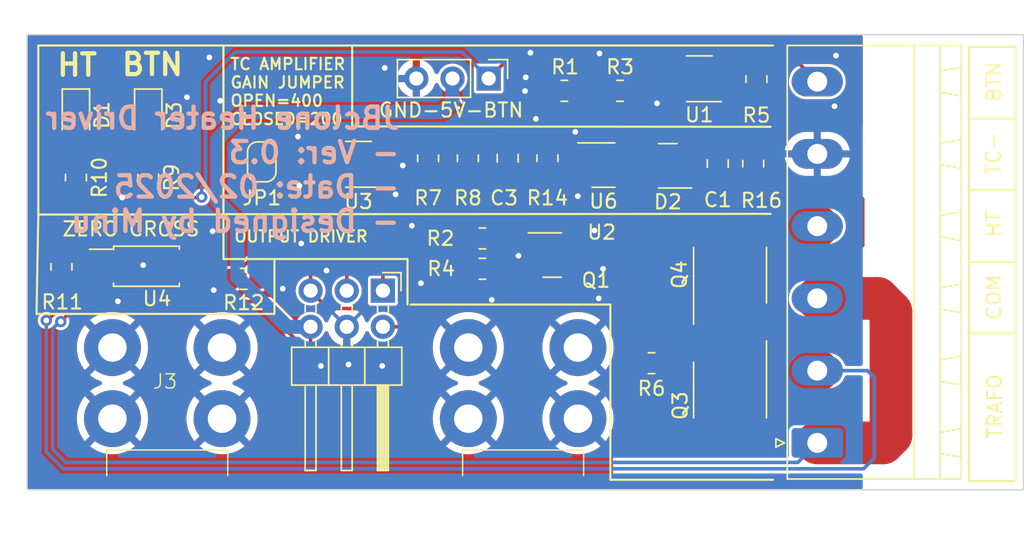
<source format=kicad_pcb>
(kicad_pcb (version 20221018) (generator pcbnew)
  (layers (0 "F.Cu" signal) (31 "B.Cu" signal) (34 "B.Paste" user) (35 "F.Paste" user) (36 "B.SilkS" user "B.Silkscreen") (37 "F.SilkS" user "F.Silkscreen") (38 "B.Mask" user) (39 "F.Mask" user) (44 "Edge.Cuts" user))
  (net 0 "")
  (net 1 "Net-(D2-A)")
  (net 2 "GND")
  (net 3 "Net-(U3-+)")
  (net 4 "Net-(D1-A)")
  (net 5 "Net-(D3-A)")
  (net 6 "/BTN_SIGNAL")
  (net 7 "+5V")
  (net 8 "/BTN")
  (net 9 "/TR_B")
  (net 10 "/TEMP")
  (net 11 "/HEATER")
  (net 12 "+3.3V")
  (net 13 "Net-(JP1-B)")
  (net 14 "Net-(Q3-G)")
  (net 15 "Net-(Q3-S)")
  (net 16 "/HEATER_BLUE")
  (net 17 "Net-(U1-+)")
  (net 18 "Net-(U2-A)")
  (net 19 "Net-(R14-Pad2)")
  (net 20 "/RED_COM")
  (net 21 "/zero_cross")
  (net 22 "Net-(R11-Pad2)")
  (net 23 "Net-(Q1-B)")
  (net 24 "Net-(Q1-C)")
  (footprint "LED_SMD:LED_0805_2012Metric_Pad1.15x1.40mm_HandSolder" (layer "F.Cu") (at 118.5164 104.1818 -90)
    (fp_text reference "D3" (at 0 -1.8288 90) (layer "F.SilkS"))
    (fp_text value "LED" hide)
    (pad "1" smd roundrect (at -1.025 0 270) (size 1.15 1.4) (layers "F.Cu" "F.Paste" "F.Mask") (roundrect_rratio 0.217391) (net 2 "GND"))
    (pad "2" smd roundrect (at 1.025 0 270) (size 1.15 1.4) (layers "F.Cu" "F.Paste" "F.Mask") (roundrect_rratio 0.217391) (net 5 "Net-(D3-A)"))
  )
  (footprint "Resistor_SMD:R_0805_2012Metric_Pad1.20x1.40mm_HandSolder" (layer "F.Cu") (at 141.986 112.8268 180)
    (fp_text reference "R2" (at 2.9464 0) (layer "F.SilkS"))
    (fp_text value "1.5k" hide)
    (pad "1" smd roundrect (at -1 0 180) (size 1.2 1.4) (layers "F.Cu" "F.Paste" "F.Mask") (roundrect_rratio 0.208333) (net 23 "Net-(Q1-B)"))
    (pad "2" smd roundrect (at 1 0 180) (size 1.2 1.4) (layers "F.Cu" "F.Paste" "F.Mask") (roundrect_rratio 0.208333) (net 11 "/HEATER"))
  )
  (footprint "Connector_Phoenix_MSTB:PhoenixContact_MSTB_2,5_6-GF-5,08_1x06_P5.08mm_Horizontal_ThreadedFlange" (layer "F.Cu") (at 165.5135 127.2032 90)
    (fp_text reference "J5" hide)
    (fp_text value "IRON" hide)
    (pad "1" thru_hole roundrect locked (at 0 0 90) (size 2.08 3.6) (drill 1.4) (layers "*.Cu" "*.Mask") (roundrect_rratio 0.120192) (net 20 "/RED_COM"))
    (pad "2" thru_hole oval locked (at 5.08 0 90) (size 2.08 3.6) (drill 1.4) (layers "*.Cu" "*.Mask") (net 9 "/TR_B"))
    (pad "3" thru_hole oval locked (at 10.16 0 90) (size 2.08 3.6) (drill 1.4) (layers "*.Cu" "*.Mask") (net 20 "/RED_COM"))
    (pad "4" thru_hole oval locked (at 15.24 0 90) (size 2.08 3.6) (drill 1.4) (layers "*.Cu" "*.Mask") (net 16 "/HEATER_BLUE"))
    (pad "5" thru_hole oval locked (at 20.32 0 90) (size 2.08 3.6) (drill 1.4) (layers "*.Cu" "*.Mask") (net 2 "GND"))
    (pad "6" thru_hole oval locked (at 25.4 0 90) (size 2.08 3.6) (drill 1.4) (layers "*.Cu" "*.Mask") (net 8 "/BTN"))
  )
  (footprint "Connector_PinHeader_2.54mm:PinHeader_1x03_P2.54mm_Vertical" (layer "F.Cu") (at 142.4282 101.5842 -90)
    (fp_text reference "J1" hide)
    (fp_text value "BTN" hide)
    (pad "1" thru_hole rect (at 0 0 270) (size 1.7 1.7) (drill 1) (layers "*.Cu" "*.Mask") (net 6 "/BTN_SIGNAL"))
    (pad "2" thru_hole oval (at 0 2.54 270) (size 1.7 1.7) (drill 1) (layers "*.Cu" "*.Mask") (net 7 "+5V"))
    (pad "3" thru_hole oval (at 0 5.08 270) (size 1.7 1.7) (drill 1) (layers "*.Cu" "*.Mask") (net 2 "GND"))
  )
  (footprint "Package_TO_SOT_SMD:SOT-23-5" (layer "F.Cu") (at 150.495 107.6706)
    (fp_text reference "U6" (at 0 2.54) (layer "F.SilkS"))
    (fp_text value "INA186A4" hide)
    (pad "1" smd roundrect (at -1.1375 -0.95) (size 1.325 0.6) (layers "F.Cu" "F.Paste" "F.Mask") (net 2 "GND"))
    (pad "2" smd roundrect (at -1.1375 0) (size 1.325 0.6) (layers "F.Cu" "F.Paste" "F.Mask") (net 19 "Net-(R14-Pad2)"))
    (pad "3" smd roundrect (at -1.1375 0.95) (size 1.325 0.6) (layers "F.Cu" "F.Paste" "F.Mask") (net 12 "+3.3V"))
    (pad "4" smd roundrect (at 1.1375 0.95) (size 1.325 0.6) (layers "F.Cu" "F.Paste" "F.Mask") (net 2 "GND"))
    (pad "5" smd roundrect (at 1.1375 -0.95) (size 1.325 0.6) (layers "F.Cu" "F.Paste" "F.Mask") (net 1 "Net-(D2-A)"))
  )
  (footprint "Resistor_SMD:R_0805_2012Metric_Pad1.20x1.40mm_HandSolder" (layer "F.Cu") (at 141.986 114.9604)
    (fp_text reference "R4" (at -2.8956 0) (layer "F.SilkS"))
    (fp_text value "330R" hide)
    (pad "1" smd roundrect (at -1 0) (size 1.2 1.4) (layers "F.Cu" "F.Paste" "F.Mask") (roundrect_rratio 0.208333) (net 7 "+5V"))
    (pad "2" smd roundrect (at 1 0) (size 1.2 1.4) (layers "F.Cu" "F.Paste" "F.Mask") (roundrect_rratio 0.208333) (net 18 "Net-(U2-A)"))
  )
  (footprint "Capacitor_SMD:C_0805_2012Metric_Pad1.18x1.45mm_HandSolder" (layer "F.Cu") (at 143.764 107.188 90)
    (fp_text reference "C3" (at -2.794 -0.254 180) (layer "F.SilkS"))
    (fp_text value "4.7n" hide)
    (pad "1" smd roundrect (at -1.0375 0 90) (size 1.175 1.45) (layers "F.Cu" "F.Paste" "F.Mask") (roundrect_rratio 0.212766) (net 3 "Net-(U3-+)"))
    (pad "2" smd roundrect (at 1.0375 0 90) (size 1.175 1.45) (layers "F.Cu" "F.Paste" "F.Mask") (roundrect_rratio 0.212766) (net 2 "GND"))
  )
  (footprint "Resistor_SMD:R_0805_2012Metric_Pad1.20x1.40mm_HandSolder" (layer "F.Cu") (at 113.4364 108.549 -90)
    (fp_text reference "R10" (at 0 -1.65 90) (layer "F.SilkS"))
    (fp_text value "1.5k" hide)
    (pad "1" smd roundrect (at -1 0 270) (size 1.2 1.4) (layers "F.Cu" "F.Paste" "F.Mask") (roundrect_rratio 0.208333) (net 4 "Net-(D1-A)"))
    (pad "2" smd roundrect (at 1 0 270) (size 1.2 1.4) (layers "F.Cu" "F.Paste" "F.Mask") (roundrect_rratio 0.208333) (net 11 "/HEATER"))
  )
  (footprint "Package_TO_SOT_SMD:SOT-23" (layer "F.Cu") (at 146.8882 113.9952)
    (fp_text reference "Q1" (at 3.0734 1.778) (layer "F.SilkS"))
    (fp_text value "MMBT3904" hide)
    (pad "1" smd roundrect (at -0.9375 -0.95) (size 1.475 0.6) (layers "F.Cu" "F.Paste" "F.Mask") (net 23 "Net-(Q1-B)"))
    (pad "2" smd roundrect (at -0.9375 0.95) (size 1.475 0.6) (layers "F.Cu" "F.Paste" "F.Mask") (net 2 "GND"))
    (pad "3" smd roundrect (at 0.9375 0) (size 1.475 0.6) (layers "F.Cu" "F.Paste" "F.Mask") (net 24 "Net-(Q1-C)"))
  )
  (footprint "Resistor_SMD:R_0805_2012Metric_Pad1.20x1.40mm_HandSolder" (layer "F.Cu") (at 118.5164 108.5471 -90)
    (fp_text reference "R9" (at 0 -1.65 90) (layer "F.SilkS"))
    (fp_text value "1.5k" hide)
    (pad "1" smd roundrect (at -1 0 270) (size 1.2 1.4) (layers "F.Cu" "F.Paste" "F.Mask") (roundrect_rratio 0.208333) (net 5 "Net-(D3-A)"))
    (pad "2" smd roundrect (at 1 0 270) (size 1.2 1.4) (layers "F.Cu" "F.Paste" "F.Mask") (roundrect_rratio 0.208333) (net 6 "/BTN_SIGNAL"))
  )
  (footprint "Jumper:SolderJumper-2_P1.3mm_Open_RoundedPad1.0x1.5mm" (layer "F.Cu") (at 126.492 107.442 -90)
    (fp_text reference "JP1" (at 2.54 0 -180) (layer "F.SilkS"))
    (fp_text value "TCgain" hide)
    (pad "1" smd custom (at -0.65 0 270) (size 1 0.5) (layers "F.Cu" "F.Mask") (net 10 "/TEMP") (options (clearance outline) (anchor rect)) (primitives (gr_circle (center 0 0.25) (end 0.5 0.25) (width 0) (fill yes)) (gr_circle (center 0 -0.25) (end 0.5 -0.25) (width 0) (fill yes)) (gr_poly (pts (xy 0.5 0.75) (xy 0 0.75) (xy 0 -0.75) (xy 0.5 -0.75)) (width 0) (fill yes))))
    (pad "2" smd custom (at 0.65 0 270) (size 1 0.5) (layers "F.Cu" "F.Mask") (net 13 "Net-(JP1-B)") (options (clearance outline) (anchor rect)) (primitives (gr_circle (center 0 0.25) (end 0.5 0.25) (width 0) (fill yes)) (gr_circle (center 0 -0.25) (end 0.5 -0.25) (width 0) (fill yes)) (gr_poly (pts (xy 0 0.75) (xy -0.5 0.75) (xy -0.5 -0.75) (xy 0 -0.75)) (width 0) (fill yes))))
  )
  (footprint "Resistor_SMD:R_0805_2012Metric_Pad1.20x1.40mm_HandSolder" (layer "F.Cu") (at 153.8732 121.5994)
    (fp_text reference "R6" (at 0 1.778) (layer "F.SilkS"))
    (fp_text value "590k" hide)
    (pad "1" smd roundrect (at -1 0) (size 1.2 1.4) (layers "F.Cu" "F.Paste" "F.Mask") (roundrect_rratio 0.208333) (net 14 "Net-(Q3-G)"))
    (pad "2" smd roundrect (at 1 0) (size 1.2 1.4) (layers "F.Cu" "F.Paste" "F.Mask") (roundrect_rratio 0.208333) (net 15 "Net-(Q3-S)"))
  )
  (footprint "Resistor_SMD:R_0805_2012Metric" (layer "F.Cu") (at 125.222 115.6716)
    (fp_text reference "R12" (at 0 1.6764) (layer "F.SilkS"))
    (fp_text value "10k" hide)
    (pad "1" smd roundrect (at -0.9125 0) (size 1.025 1.4) (layers "F.Cu" "F.Paste" "F.Mask") (roundrect_rratio 0.243902) (net 21 "/zero_cross"))
    (pad "2" smd roundrect (at 0.9125 0) (size 1.025 1.4) (layers "F.Cu" "F.Paste" "F.Mask") (roundrect_rratio 0.243902) (net 12 "+3.3V"))
  )
  (footprint "Resistor_SMD:R_0805_2012Metric_Pad1.20x1.40mm_HandSolder" (layer "F.Cu") (at 151.6578 102.4478 180)
    (fp_text reference "R3" (at 0 1.6764) (layer "F.SilkS"))
    (fp_text value "10k" hide)
    (pad "1" smd roundrect (at -1 0 180) (size 1.2 1.4) (layers "F.Cu" "F.Paste" "F.Mask") (roundrect_rratio 0.208333) (net 7 "+5V"))
    (pad "2" smd roundrect (at 1 0 180) (size 1.2 1.4) (layers "F.Cu" "F.Paste" "F.Mask") (roundrect_rratio 0.208333) (net 17 "Net-(U1-+)"))
  )
  (footprint "Resistor_SMD:R_0805_2012Metric_Pad1.20x1.40mm_HandSolder" (layer "F.Cu") (at 140.97 107.188 90)
    (fp_text reference "R8" (at -2.794 0) (layer "F.SilkS"))
    (fp_text value "10k" hide)
    (pad "1" smd roundrect (at -1 0 90) (size 1.2 1.4) (layers "F.Cu" "F.Paste" "F.Mask") (roundrect_rratio 0.208333) (net 13 "Net-(JP1-B)"))
    (pad "2" smd roundrect (at 1 0 90) (size 1.2 1.4) (layers "F.Cu" "F.Paste" "F.Mask") (roundrect_rratio 0.208333) (net 2 "GND"))
  )
  (footprint "01_custom footprint:AMT0440051DB" (layer "F.Cu") (at 116 120.5)
    (fp_text reference "J3" (at 3.6984 2.3852 unlocked) (layer "F.SilkS") (effects (font (thickness 0.1))))
    (fp_text value "support" hide)
    (pad "1" thru_hole circle locked (at 0 0) (size 4 4) (drill 2) (layers "*.Cu" "*.Mask") (net 2 "GND"))
    (pad "1" thru_hole circle locked (at 0 5) (size 4 4) (drill 2) (layers "*.Cu" "*.Mask") (net 2 "GND"))
    (pad "1" thru_hole circle locked (at 7.7 0) (size 4 4) (drill 2) (layers "*.Cu" "*.Mask") (net 2 "GND"))
    (pad "1" thru_hole circle locked (at 7.7 5) (size 4 4) (drill 2) (layers "*.Cu" "*.Mask") (net 2 "GND"))
  )
  (footprint "01_custom footprint:AMT0440051DB" (layer "F.Cu") (at 141 120.5)
    (fp_text reference "J4" hide)
    (fp_text value "support" hide)
    (pad "1" thru_hole circle locked (at 0 0) (size 4 4) (drill 2) (layers "*.Cu" "*.Mask") (net 2 "GND"))
    (pad "1" thru_hole circle locked (at 0 5) (size 4 4) (drill 2) (layers "*.Cu" "*.Mask") (net 2 "GND"))
    (pad "1" thru_hole circle locked (at 7.7 0) (size 4 4) (drill 2) (layers "*.Cu" "*.Mask") (net 2 "GND"))
    (pad "1" thru_hole circle locked (at 7.7 5) (size 4 4) (drill 2) (layers "*.Cu" "*.Mask") (net 2 "GND"))
  )
  (footprint "Connector_PinHeader_2.54mm:PinHeader_2x03_P2.54mm_Horizontal" (layer "F.Cu") (at 135 116.5 -90)
    (fp_text reference "J6" hide)
    (fp_text value "interface" hide)
    (pad "1" thru_hole rect locked (at 0 0 270) (size 1.7 1.7) (drill 1) (layers "*.Cu" "*.Mask") (net 10 "/TEMP"))
    (pad "2" thru_hole oval locked (at 2.54 0 270) (size 1.7 1.7) (drill 1) (layers "*.Cu" "*.Mask") (net 11 "/HEATER"))
    (pad "3" thru_hole oval locked (at 0 2.54 270) (size 1.7 1.7) (drill 1) (layers "*.Cu" "*.Mask") (net 21 "/zero_cross"))
    (pad "4" thru_hole oval locked (at 2.54 2.54 270) (size 1.7 1.7) (drill 1) (layers "*.Cu" "*.Mask") (net 2 "GND"))
    (pad "5" thru_hole oval locked (at 0 5.08 270) (size 1.7 1.7) (drill 1) (layers "*.Cu" "*.Mask") (net 12 "+3.3V"))
    (pad "6" thru_hole oval locked (at 2.54 5.08 270) (size 1.7 1.7) (drill 1) (layers "*.Cu" "*.Mask") (net 7 "+5V"))
  )
  (footprint "Resistor_SMD:R_0805_2012Metric_Pad1.20x1.40mm_HandSolder" (layer "F.Cu") (at 161.2392 101.6254 90)
    (fp_text reference "R5" (at -2.54 0 180) (layer "F.SilkS"))
    (fp_text value "100k" hide)
    (pad "1" smd roundrect (at -1 0 90) (size 1.2 1.4) (layers "F.Cu" "F.Paste" "F.Mask") (roundrect_rratio 0.208333) (net 7 "+5V"))
    (pad "2" smd roundrect (at 1 0 90) (size 1.2 1.4) (layers "F.Cu" "F.Paste" "F.Mask") (roundrect_rratio 0.208333) (net 8 "/BTN"))
  )
  (footprint "LED_SMD:LED_0805_2012Metric_Pad1.15x1.40mm_HandSolder" (layer "F.Cu") (at 113.4364 104.1818 -90)
    (fp_text reference "D1" (at -0.027 -1.8288 90) (layer "F.SilkS"))
    (fp_text value "LED" hide)
    (pad "1" smd roundrect (at -1.025 0 270) (size 1.15 1.4) (layers "F.Cu" "F.Paste" "F.Mask") (roundrect_rratio 0.217391) (net 2 "GND"))
    (pad "2" smd roundrect (at 1.025 0 270) (size 1.15 1.4) (layers "F.Cu" "F.Paste" "F.Mask") (roundrect_rratio 0.217391) (net 4 "Net-(D1-A)"))
  )
  (footprint "Resistor_SMD:R_0805_2012Metric_Pad1.20x1.40mm_HandSolder" (layer "F.Cu") (at 147.7462 102.4478 180)
    (fp_text reference "R1" (at -0.0508 1.6764) (layer "F.SilkS"))
    (fp_text value "10k" hide)
    (pad "1" smd roundrect (at -1 0 180) (size 1.2 1.4) (layers "F.Cu" "F.Paste" "F.Mask") (roundrect_rratio 0.208333) (net 17 "Net-(U1-+)"))
    (pad "2" smd roundrect (at 1 0 180) (size 1.2 1.4) (layers "F.Cu" "F.Paste" "F.Mask") (roundrect_rratio 0.208333) (net 2 "GND"))
  )
  (footprint "Package_TO_SOT_SMD:SOT-23-5_HandSoldering" (layer "F.Cu") (at 133.284 107.616 180)
    (fp_text reference "U3" (at 0 -2.62) (layer "F.SilkS"))
    (fp_text value "LMV321" hide)
    (pad "1" smd rect (at -1.35 -0.95 180) (size 1.56 0.65) (layers "F.Cu" "F.Paste" "F.Mask") (net 3 "Net-(U3-+)"))
    (pad "2" smd rect (at -1.35 0 180) (size 1.56 0.65) (layers "F.Cu" "F.Paste" "F.Mask") (net 2 "GND"))
    (pad "3" smd rect (at -1.35 0.95 180) (size 1.56 0.65) (layers "F.Cu" "F.Paste" "F.Mask") (net 13 "Net-(JP1-B)"))
    (pad "4" smd rect (at 1.35 0.95 180) (size 1.56 0.65) (layers "F.Cu" "F.Paste" "F.Mask") (net 10 "/TEMP"))
    (pad "5" smd rect (at 1.35 -0.95 180) (size 1.56 0.65) (layers "F.Cu" "F.Paste" "F.Mask") (net 12 "+3.3V"))
  )
  (footprint "Package_SO:SO-8_3.9x4.9mm_P1.27mm" (layer "F.Cu") (at 159.385 115.408 90)
    (fp_text reference "Q4" (at 0.0412 -3.556 90) (layer "F.SilkS"))
    (fp_text value "DMT68M8LSS" hide)
    (pad "1" smd roundrect (at -2.575 -1.905 90) (size 1.75 0.6) (layers "F.Cu" "F.Paste" "F.Mask") (net 14 "Net-(Q3-G)"))
    (pad "2" smd roundrect (at -2.575 -0.635 90) (size 1.75 0.6) (layers "F.Cu" "F.Paste" "F.Mask") (net 14 "Net-(Q3-G)"))
    (pad "3" smd roundrect (at -2.575 0.635 90) (size 1.75 0.6) (layers "F.Cu" "F.Paste" "F.Mask") (net 14 "Net-(Q3-G)"))
    (pad "4" smd roundrect (at -2.575 1.905 90) (size 1.75 0.6) (layers "F.Cu" "F.Paste" "F.Mask") (net 15 "Net-(Q3-S)"))
    (pad "5" smd roundrect (at 2.575 1.905 90) (size 1.75 0.6) (layers "F.Cu" "F.Paste" "F.Mask") (net 16 "/HEATER_BLUE"))
    (pad "6" smd roundrect (at 2.575 0.635 90) (size 1.75 0.6) (layers "F.Cu" "F.Paste" "F.Mask") (net 16 "/HEATER_BLUE"))
    (pad "7" smd roundrect (at 2.575 -0.635 90) (size 1.75 0.6) (layers "F.Cu" "F.Paste" "F.Mask") (net 16 "/HEATER_BLUE"))
    (pad "8" smd roundrect (at 2.575 -1.905 90) (size 1.75 0.6) (layers "F.Cu" "F.Paste" "F.Mask") (net 16 "/HEATER_BLUE"))
  )
  (footprint "Package_TO_SOT_SMD:SOT-23-5_HandSoldering" (layer "F.Cu") (at 157.226 101.6 180)
    (fp_text reference "U1" (at 0 -2.54) (layer "F.SilkS"))
    (fp_text value "LMV321" hide)
    (pad "1" smd rect (at -1.35 -0.95 180) (size 1.56 0.65) (layers "F.Cu" "F.Paste" "F.Mask") (net 17 "Net-(U1-+)"))
    (pad "2" smd rect (at -1.35 0 180) (size 1.56 0.65) (layers "F.Cu" "F.Paste" "F.Mask") (net 2 "GND"))
    (pad "3" smd rect (at -1.35 0.95 180) (size 1.56 0.65) (layers "F.Cu" "F.Paste" "F.Mask") (net 8 "/BTN"))
    (pad "4" smd rect (at 1.35 0.95 180) (size 1.56 0.65) (layers "F.Cu" "F.Paste" "F.Mask") (net 6 "/BTN_SIGNAL"))
    (pad "5" smd rect (at 1.35 -0.95 180) (size 1.56 0.65) (layers "F.Cu" "F.Paste" "F.Mask") (net 7 "+5V"))
  )
  (footprint "Resistor_SMD:R_0805_2012Metric" (layer "F.Cu") (at 112.4204 114.8334 90)
    (fp_text reference "R11" (at -2.4638 0.0508 180) (layer "F.SilkS"))
    (fp_text value "10k" hide)
    (pad "1" smd roundrect (at -0.9125 0 90) (size 1.025 1.4) (layers "F.Cu" "F.Paste" "F.Mask") (roundrect_rratio 0.243902) (net 9 "/TR_B"))
    (pad "2" smd roundrect (at 0.9125 0 90) (size 1.025 1.4) (layers "F.Cu" "F.Paste" "F.Mask") (roundrect_rratio 0.243902) (net 22 "Net-(R11-Pad2)"))
  )
  (footprint "Package_SO:SOP-4_4.4x2.6mm_P1.27mm" (layer "F.Cu") (at 118.3894 114.7826)
    (fp_text reference "U4" (at 0.7366 2.286) (layer "F.SilkS"))
    (fp_text value "TLP290" hide)
    (pad "1" smd roundrect (at -3.1875 -0.635) (size 1.625 0.6) (layers "F.Cu" "F.Paste" "F.Mask") (net 22 "Net-(R11-Pad2)"))
    (pad "2" smd roundrect (at -3.1875 0.635) (size 1.625 0.6) (layers "F.Cu" "F.Paste" "F.Mask") (net 20 "/RED_COM"))
    (pad "3" smd roundrect (at 3.1875 0.635) (size 1.625 0.6) (layers "F.Cu" "F.Paste" "F.Mask") (net 2 "GND"))
    (pad "4" smd roundrect (at 3.1875 -0.635) (size 1.625 0.6) (layers "F.Cu" "F.Paste" "F.Mask") (net 21 "/zero_cross"))
  )
  (footprint "Resistor_SMD:R_0805_2012Metric_Pad1.20x1.40mm_HandSolder" (layer "F.Cu") (at 138.176 107.188 -90)
    (fp_text reference "R7" (at 2.794 0) (layer "F.SilkS"))
    (fp_text value "10k" hide)
    (pad "1" smd roundrect (at -1 0 270) (size 1.2 1.4) (layers "F.Cu" "F.Paste" "F.Mask") (roundrect_rratio 0.208333) (net 10 "/TEMP"))
    (pad "2" smd roundrect (at 1 0 270) (size 1.2 1.4) (layers "F.Cu" "F.Paste" "F.Mask") (roundrect_rratio 0.208333) (net 13 "Net-(JP1-B)"))
  )
  (footprint "01_custom footprint:SOP-4" (layer "F.Cu") (at 153.4414 115.7574 -90)
    (fp_text reference "U2" (at -3.3624 3.0734 unlocked) (layer "F.SilkS"))
    (fp_text value "VOM1271T" hide)
    (pad "1" smd roundrect (at -3.05 -1.27 270) (size 2 1.1) (layers "F.Cu" "F.Paste" "F.Mask") (net 18 "Net-(U2-A)"))
    (pad "2" smd roundrect (at -3.05 1.27 270) (size 2 1.1) (layers "F.Cu" "F.Paste" "F.Mask") (net 24 "Net-(Q1-C)"))
    (pad "3" smd roundrect (at 3.05 1.27 270) (size 2 1.1) (layers "F.Cu" "F.Paste" "F.Mask") (net 14 "Net-(Q3-G)"))
    (pad "4" smd roundrect (at 3.05 -1.27 270) (size 2 1.1) (layers "F.Cu" "F.Paste" "F.Mask") (net 15 "Net-(Q3-S)"))
  )
  (footprint "Resistor_SMD:R_0805_2012Metric_Pad1.20x1.40mm_HandSolder" (layer "F.Cu") (at 146.558 107.188 -90)
    (fp_text reference "R14" (at 2.794 0 -180) (layer "F.SilkS"))
    (fp_text value "10k" hide)
    (pad "1" smd roundrect (at -1 0 270) (size 1.2 1.4) (layers "F.Cu" "F.Paste" "F.Mask") (roundrect_rratio 0.208333) (net 3 "Net-(U3-+)"))
    (pad "2" smd roundrect (at 1 0 270) (size 1.2 1.4) (layers "F.Cu" "F.Paste" "F.Mask") (roundrect_rratio 0.208333) (net 19 "Net-(R14-Pad2)"))
  )
  (footprint "Package_TO_SOT_SMD:SOT-23" (layer "F.Cu") (at 155.0162 107.7214 180)
    (fp_text reference "D2" (at 0 -2.54) (layer "F.SilkS"))
    (fp_text value "BAT54S" hide)
    (pad "1" smd roundrect (at -0.9375 -0.95 180) (size 1.475 0.6) (layers "F.Cu" "F.Paste" "F.Mask") (net 1 "Net-(D2-A)"))
    (pad "2" smd roundrect (at -0.9375 0.95 180) (size 1.475 0.6) (layers "F.Cu" "F.Paste" "F.Mask") (net 1 "Net-(D2-A)"))
    (pad "3" smd roundrect (at 0.9375 0 180) (size 1.475 0.6) (layers "F.Cu" "F.Paste" "F.Mask") (net 2 "GND"))
  )
  (footprint "Capacitor_SMD:C_0805_2012Metric_Pad1.18x1.45mm_HandSolder" (layer "F.Cu") (at 158.5214 107.569 -90)
    (fp_text reference "C1" (at 2.5398 0) (layer "F.SilkS"))
    (fp_text value "4.7n" hide)
    (pad "1" smd roundrect (at -1.0375 0 270) (size 1.175 1.45) (layers "F.Cu" "F.Paste" "F.Mask") (roundrect_rratio 0.212766) (net 1 "Net-(D2-A)"))
    (pad "2" smd roundrect (at 1.0375 0 270) (size 1.175 1.45) (layers "F.Cu" "F.Paste" "F.Mask") (roundrect_rratio 0.212766) (net 2 "GND"))
  )
  (footprint "Resistor_SMD:R_0805_2012Metric_Pad1.20x1.40mm_HandSolder" (layer "F.Cu") (at 161.0106 107.569 -90)
    (fp_text reference "R16" (at 2.5908 -0.5842) (layer "F.SilkS"))
    (fp_text value "10k" hide)
    (pad "1" smd roundrect (at -1 0 270) (size 1.2 1.4) (layers "F.Cu" "F.Paste" "F.Mask") (roundrect_rratio 0.208333) (net 1 "Net-(D2-A)"))
    (pad "2" smd roundrect (at 1 0 270) (size 1.2 1.4) (layers "F.Cu" "F.Paste" "F.Mask") (roundrect_rratio 0.208333) (net 20 "/RED_COM"))
  )
  (footprint "Package_SO:SO-8_3.9x4.9mm_P1.27mm" (layer "F.Cu") (at 159.385 123.4852 -90)
    (fp_text reference "Q3" (at 1.1018 3.5052 90) (layer "F.SilkS"))
    (fp_text value "DMT68M8LSS" hide)
    (pad "1" smd roundrect (at -2.575 -1.905 270) (size 1.75 0.6) (layers "F.Cu" "F.Paste" "F.Mask") (net 14 "Net-(Q3-G)"))
    (pad "2" smd roundrect (at -2.575 -0.635 270) (size 1.75 0.6) (layers "F.Cu" "F.Paste" "F.Mask") (net 14 "Net-(Q3-G)"))
    (pad "3" smd roundrect (at -2.575 0.635 270) (size 1.75 0.6) (layers "F.Cu" "F.Paste" "F.Mask") (net 14 "Net-(Q3-G)"))
    (pad "4" smd roundrect (at -2.575 1.905 270) (size 1.75 0.6) (layers "F.Cu" "F.Paste" "F.Mask") (net 15 "Net-(Q3-S)"))
    (pad "5" smd roundrect (at 2.575 1.905 270) (size 1.75 0.6) (layers "F.Cu" "F.Paste" "F.Mask") (net 9 "/TR_B"))
    (pad "6" smd roundrect (at 2.575 0.635 270) (size 1.75 0.6) (layers "F.Cu" "F.Paste" "F.Mask") (net 9 "/TR_B"))
    (pad "7" smd roundrect (at 2.575 -0.635 270) (size 1.75 0.6) (layers "F.Cu" "F.Paste" "F.Mask") (net 9 "/TR_B"))
    (pad "8" smd roundrect (at 2.575 -1.905 270) (size 1.75 0.6) (layers "F.Cu" "F.Paste" "F.Mask") (net 9 "/TR_B"))
  )
  (gr_line (start 127.381 114.2746) (end 127.381 118.1354) (stroke (width 0.15)) (layer "F.SilkS"))
  (gr_line (start 150.9776 117.475) (end 150.9776 129.794) (stroke (width 0.15)) (layer "F.SilkS"))
  (gr_rect locked (start 176.1676 99.3556) (end 179.4324 104.394) (stroke (width 0.15)) (fill none) (layer "F.SilkS"))
  (gr_line (start 110.6678 118.1354) (end 110.7948 111.1504) (stroke (width 0.15)) (layer "F.SilkS"))
  (gr_line (start 132.842 99.2632) (end 123.7996 99.2632) (stroke (width 0.15)) (layer "F.SilkS"))
  (gr_line (start 123.7996 111.125) (end 162.2298 111.0996) (stroke (width 0.15)) (layer "F.SilkS"))
  (gr_rect locked (start 176.1676 104.394) (end 179.4324 109.4324) (stroke (width 0.15)) (fill none) (layer "F.SilkS"))
  (gr_line (start 150.9776 129.794) (end 162.4076 129.794) (stroke (width 0.15)) (layer "F.SilkS"))
  (gr_line (start 123.7996 114.2746) (end 136.7282 114.2746) (stroke (width 0.15)) (layer "F.SilkS"))
  (gr_line (start 132.842 104.9528) (end 162.2298 104.9782) (stroke (width 0.15)) (layer "F.SilkS"))
  (gr_line (start 132.842 99.2632) (end 132.842 104.9528) (stroke (width 0.15)) (layer "F.SilkS"))
  (gr_line (start 123.7996 111.1504) (end 123.7996 114.2746) (stroke (width 0.15)) (layer "F.SilkS"))
  (gr_line (start 127.381 118.1354) (end 110.6678 118.1354) (stroke (width 0.15)) (layer "F.SilkS"))
  (gr_line (start 136.9568 117.475) (end 150.9776 117.475) (stroke (width 0.15)) (layer "F.SilkS"))
  (gr_rect locked (start 176.1676 109.4324) (end 179.4324 114.4708) (stroke (width 0.15)) (fill none) (layer "F.SilkS"))
  (gr_line (start 136.7282 114.2746) (end 136.7282 117.475) (stroke (width 0.15)) (layer "F.SilkS"))
  (gr_rect (start 110.7948 99.2632) (end 123.7996 111.1504) (stroke (width 0.15)) (fill none) (layer "F.SilkS"))
  (gr_rect locked (start 176.1676 114.4708) (end 179.4324 119.5092) (stroke (width 0.15)) (fill none) (layer "F.SilkS"))
  (gr_line (start 123.7996 99.2632) (end 123.7996 111.1504) (stroke (width 0.15)) (layer "F.SilkS"))
  (gr_rect locked (start 176.1676 119.5092) (end 179.4324 129.8816) (stroke (width 0.15)) (fill none) (layer "F.SilkS"))
  (gr_line (start 132.842 99.2632) (end 162.4076 99.2632) (stroke (width 0.15)) (layer "F.SilkS"))
  (gr_rect locked (start 110 98.5) (end 180 130.5) (stroke (width 0.1)) (fill none) (layer "Edge.Cuts"))
  (gr_text "JBclone Heater Driver\n- Ver: 0.3\n- Date: 02/2025\n- Designed by Minu" (at 136.3218 112.4966) (layer "B.SilkS") (effects (font (size 1.5 1.5) (thickness 0.3) bold) (justify left bottom mirror)))
  (gr_text "BTN" (at 116.5098 101.473) (layer "F.SilkS") (effects (font (size 1.5 1.5) (thickness 0.3)) (justify left bottom)))
  (gr_text "ZERO CROSS" (at 112.395 112.7506) (layer "F.SilkS") (effects (font (size 1 1)) (justify left bottom)))
  (gr_text "HT" (at 111.9632 101.5132) (layer "F.SilkS") (effects (font (size 1.5 1.5) (thickness 0.3)) (justify left bottom)))
  (gr_text locked "BTN" (at 178.5112 103.3272 90) (layer "F.SilkS") (effects (font (size 1 1)) (justify left bottom)))
  (gr_text "GND-5V-BTN" (at 134.62 104.394) (layer "F.SilkS") (effects (font (size 1 1)) (justify left bottom)))
  (gr_text locked "TC-" (at 178.4604 108.458 90) (layer "F.SilkS") (effects (font (size 1 1)) (justify left bottom)))
  (gr_text "OUTPUT DRIVER" (at 124.4854 113.157) (layer "F.SilkS") (effects (font (size 0.8 0.8)) (justify left bottom)))
  (gr_text "TC AMPLIFIER\nGAIN JUMPER\nOPEN=400\nCLOSED=200" (at 124.206 104.902) (layer "F.SilkS") (effects (font (size 0.8 0.8)) (justify left bottom)))
  (gr_text locked "COM" (at 178.5112 118.6688 90) (layer "F.SilkS") (effects (font (size 1 1)) (justify left bottom)))
  (gr_text locked "HT" (at 178.5112 112.8268 90) (layer "F.SilkS") (effects (font (size 1 1)) (justify left bottom)))
  (gr_text locked "TRAFO" (at 178.562 127 90) (layer "F.SilkS") (effects (font (size 1 1)) (justify left bottom)))
  (segment (start 158.6109 106.442) (end 160.8836 106.442) (width 0.25) (layer "F.Cu") (net 1))
  (segment (start 158.2815 106.7714) (end 158.6109 106.442) (width 0.25) (layer "F.Cu") (net 1))
  (segment (start 160.8836 106.442) (end 161.0106 106.569) (width 0.25) (layer "F.Cu") (net 1))
  (segment (start 151.6579 106.746) (end 155.9283 106.746) (width 0.25) (layer "F.Cu") (net 1))
  (segment (start 155.9537 106.7714) (end 158.2815 106.7714) (width 0.25) (layer "F.Cu") (net 1))
  (segment (start 155.9283 106.746) (end 155.9537 106.7714) (width 0.25) (layer "F.Cu") (net 1))
  (segment (start 155.9537 106.7714) (end 155.9537 108.6714) (width 0.25) (layer "F.Cu") (net 1))
  (segment (start 151.6325 106.7206) (end 151.6579 106.746) (width 0.25) (layer "F.Cu") (net 1))
  (segment (start 162.8394 106.8832) (end 165.5135 106.8832) (width 0.25) (layer "F.Cu") (net 2))
  (segment (start 134.634 107.616) (end 136.318 107.616) (width 0.25) (layer "F.Cu") (net 2))
  (segment (start 162.1536 107.569) (end 162.8394 106.8832) (width 0.25) (layer "F.Cu") (net 2))
  (segment (start 151.6325 108.6206) (end 153.1795 108.6206) (width 0.25) (layer "F.Cu") (net 2))
  (segment (start 133.2484 108.1024) (end 133.2484 108.8644) (width 0.25) (layer "F.Cu") (net 2))
  (segment (start 159.5589 107.569) (end 162.1536 107.569) (width 0.25) (layer "F.Cu") (net 2))
  (segment (start 153.1795 108.6206) (end 154.0787 107.7214) (width 0.25) (layer "F.Cu") (net 2))
  (segment (start 133.2484 108.8644) (end 134.112 109.728) (width 0.25) (layer "F.Cu") (net 2))
  (segment (start 134.112 109.728) (end 135.89 109.728) (width 0.25) (layer "F.Cu") (net 2))
  (segment (start 154.6098 109.728) (end 157.3999 109.728) (width 0.25) (layer "F.Cu") (net 2))
  (segment (start 157.3999 109.728) (end 159.5589 107.569) (width 0.25) (layer "F.Cu") (net 2))
  (segment (start 134.634 107.616) (end 133.7348 107.616) (width 0.25) (layer "F.Cu") (net 2))
  (segment (start 154.0787 109.1969) (end 154.6098 109.728) (width 0.25) (layer "F.Cu") (net 2))
  (segment (start 136.318 107.616) (end 136.398 107.696) (width 0.25) (layer "F.Cu") (net 2))
  (segment (start 133.7348 107.616) (end 133.2484 108.1024) (width 0.25) (layer "F.Cu") (net 2))
  (segment (start 154.0787 107.7214) (end 154.0787 109.1969) (width 0.25) (layer "F.Cu") (net 2))
  (via (at 135.89 109.728) (size 0.8) (drill 0.4) (layers "F.Cu" "B.Cu") (net 2))
  (via (at 144.526 114.046) (size 0.8) (drill 0.4) (layers "F.Cu" "B.Cu") (net 2))
  (via (at 148.5138 105.3338) (size 0.8) (drill 0.4) (layers "F.Cu" "B.Cu") (net 2))
  (via (at 121.2342 102.8954) (size 0.8) (drill 0.4) (layers "F.Cu" "B.Cu") (net 2))
  (via (at 145.3642 99.7712) (size 0.8) (drill 0.4) (layers "F.Cu" "B.Cu") (net 2))
  (via (at 144.9832 102.4636) (size 0.8) (drill 0.4) (layers "F.Cu" "B.Cu") (net 2))
  (via (at 130.6455 121.793) (size 0.8) (drill 0.4) (layers "F.Cu" "B.Cu") (net 2))
  (via (at 149.86 112.268) (size 0.8) (drill 0.4) (layers "F.Cu" "B.Cu") (net 2))
  (via (at 150.2156 99.822) (size 0.8) (drill 0.4) (layers "F.Cu" "B.Cu") (net 2))
  (via (at 132.588 121.6914) (size 0.8) (drill 0.4) (layers "F.Cu" "B.Cu") (net 2))
  (via (at 150.1648 117.0432) (size 0.8) (drill 0.4) (layers "F.Cu" "B.Cu") (net 2))
  (via (at 118.1608 114.7064) (size 0.8) (drill 0.4) (layers "F.Cu" "B.Cu") (net 2))
  (via (at 129.2606 113.1824) (size 0.8) (drill 0.4) (layers "F.Cu" "B.Cu") (net 2))
  (via (at 166.7256 103.5304) (size 0.8) (drill 0.4) (layers "F.Cu" "B.Cu") (net 2))
  (via (at 116.6876 109.9566) (size 0.8) (drill 0.4) (layers "F.Cu" "B.Cu") (net 2))
  (via (at 131.0386 115.0874) (size 0.8) (drill 0.4) (layers "F.Cu" "B.Cu") (net 2))
  (via (at 136.398 107.696) (size 0.8) (drill 0.4) (layers "F.Cu" "B.Cu") (net 2))
  (via (at 116.3828 117.2464) (size 0.8) (drill 0.4) (layers "F.Cu" "B.Cu") (net 2))
  (via (at 123.571 103.1494) (size 0.8) (drill 0.4) (layers "F.Cu" "B.Cu") (net 2))
  (via (at 129.1336 109.1184) (size 0.8) (drill 0.4) (layers "F.Cu" "B.Cu") (net 2))
  (via (at 142.6464 117.1448) (size 0.8) (drill 0.4) (layers "F.Cu" "B.Cu") (net 2))
  (via (at 145.034 101.4984) (size 0.8) (drill 0.4) (layers "F.Cu" "B.Cu") (net 2))
  (via (at 166.8272 99.9744) (size 0.8) (drill 0.4) (layers "F.Cu" "B.Cu") (net 2))
  (via (at 150.4696 114.9604) (size 0.8) (drill 0.4) (layers "F.Cu" "B.Cu") (net 2))
  (via (at 145.7452 104.4194) (size 0.8) (drill 0.4) (layers "F.Cu" "B.Cu") (net 2))
  (via (at 122.809 100.1014) (size 0.8) (drill 0.4) (layers "F.Cu" "B.Cu") (net 2))
  (via (at 135.128 100.838) (size 0.8) (drill 0.4) (layers "F.Cu" "B.Cu") (net 2))
  (via (at 127.9652 116.3574) (size 0.8) (drill 0.4) (layers "F.Cu" "B.Cu") (net 2))
  (via (at 154.2542 103.3272) (size 0.8) (drill 0.4) (layers "F.Cu" "B.Cu") (net 2))
  (via (at 123.0376 112.3188) (size 0.8) (drill 0.4) (layers "F.Cu" "B.Cu") (net 2))
  (via (at 123.1138 116.459) (size 0.8) (drill 0.4) (layers "F.Cu" "B.Cu") (net 2))
  (via (at 129.032 105.664) (size 0.8) (drill 0.4) (layers "F.Cu" "B.Cu") (net 2))
  (via (at 137.033 111.9378) (size 0.8) (drill 0.4) (layers "F.Cu" "B.Cu") (net 2))
  (via (at 148.6916 109.855) (size 0.8) (drill 0.4) (layers "F.Cu" "B.Cu") (net 2))
  (via (at 134.9502 121.793) (size 0.8) (drill 0.4) (layers "F.Cu" "B.Cu") (net 2))
  (via (at 137.668 115.9764) (size 0.8) (drill 0.4) (layers "F.Cu" "B.Cu") (net 2))
  (segment (start 136.7282 117.7798) (end 137.668 116.84) (width 0.25) (layer "B.Cu") (net 2))
  (segment (start 132.46 119.04) (end 133.7202 117.7798) (width 0.25) (layer "B.Cu") (net 2))
  (segment (start 132.46 119.04) (end 131.1656 117.7456) (width 0.25) (layer "B.Cu") (net 2))
  (segment (start 137.668 116.84) (end 137.668 115.9764) (width 0.25) (layer "B.Cu") (net 2))
  (segment (start 133.7202 117.7798) (end 136.7282 117.7798) (width 0.25) (layer "B.Cu") (net 2))
  (segment (start 131.1656 117.7456) (end 131.1656 115.2144) (width 0.25) (layer "B.Cu") (net 2))
  (segment (start 131.1656 115.2144) (end 131.0386 115.0874) (width 0.25) (layer "B.Cu") (net 2))
  (segment (start 136.906 109.22) (end 141.976695 109.22) (width 0.25) (layer "F.Cu") (net 3))
  (segment (start 136.252 108.566) (end 136.906 109.22) (width 0.25) (layer "F.Cu") (net 3))
  (segment (start 141.976695 109.22) (end 142.971195 108.2255) (width 0.25) (layer "F.Cu") (net 3))
  (segment (start 142.971195 108.2255) (end 143.764 108.2255) (width 0.25) (layer "F.Cu") (net 3))
  (segment (start 134.634 108.566) (end 136.252 108.566) (width 0.25) (layer "F.Cu") (net 3))
  (segment (start 145.8015 106.188) (end 143.764 108.2255) (width 0.25) (layer "F.Cu") (net 3))
  (segment (start 146.558 106.188) (end 145.8015 106.188) (width 0.25) (layer "F.Cu") (net 3))
  (segment (start 113.4364 107.549) (end 113.4364 105.2068) (width 0.25) (layer "F.Cu") (net 4))
  (segment (start 118.5164 107.5471) (end 118.5164 105.2068) (width 0.25) (layer "F.Cu") (net 5))
  (segment (start 155.876 100.65) (end 155.81 100.584) (width 0.25) (layer "F.Cu") (net 6))
  (segment (start 122.2296 109.9566) (end 122.2683 109.9179) (width 0.25) (layer "F.Cu") (net 6))
  (segment (start 118.5164 109.5471) (end 118.9259 109.9566) (width 0.25) (layer "F.Cu") (net 6))
  (segment (start 155.81 100.584) (end 143.4284 100.584) (width 0.25) (layer "F.Cu") (net 6))
  (segment (start 143.4284 100.584) (end 142.4282 101.5842) (width 0.25) (layer "F.Cu") (net 6))
  (segment (start 118.9259 109.9566) (end 122.2296 109.9566) (width 0.25) (layer "F.Cu") (net 6))
  (via (at 122.2683 109.9179) (size 0.8) (drill 0.4) (layers "F.Cu" "B.Cu") (net 6))
  (segment (start 122.2683 109.9179) (end 122.2683 109.1765) (width 0.25) (layer "B.Cu") (net 6))
  (segment (start 122.2683 109.1765) (end 122.5428 108.902) (width 0.25) (layer "B.Cu") (net 6))
  (segment (start 122.5428 101.814004) (end 124.636404 99.7204) (width 0.25) (layer "B.Cu") (net 6))
  (segment (start 122.5428 108.902) (end 122.5428 101.814004) (width 0.25) (layer "B.Cu") (net 6))
  (segment (start 140.5644 99.7204) (end 142.4282 101.5842) (width 0.25) (layer "B.Cu") (net 6))
  (segment (start 124.636404 99.7204) (end 140.5644 99.7204) (width 0.25) (layer "B.Cu") (net 6))
  (segment (start 136.822796 122.155604) (end 136.822796 119.49) (width 0.25) (layer "F.Cu") (net 7))
  (segment (start 129.92 121.1442) (end 129.921 121.1452) (width 0.25) (layer "F.Cu") (net 7))
  (segment (start 136.0932 122.8852) (end 136.822796 122.155604) (width 0.25) (layer "F.Cu") (net 7))
  (segment (start 129.921 122.3518) (end 130.4544 122.8852) (width 0.25) (layer "F.Cu") (net 7))
  (segment (start 161.2392 102.6254) (end 161.2392 103.8606) (width 0.25) (layer "F.Cu") (net 7))
  (segment (start 152.908 104.14) (end 152.6578 103.8898) (width 0.25) (layer "F.Cu") (net 7))
  (segment (start 152.6578 103.6358) (end 152.6578 102.4478) (width 0.25) (layer "F.Cu") (net 7))
  (segment (start 161.2392 103.8606) (end 160.9598 104.14) (width 0.25) (layer "F.Cu") (net 7))
  (segment (start 140.6302 103.632) (end 152.654 103.632) (width 0.25) (layer "F.Cu") (net 7))
  (segment (start 140.986 115.326796) (end 140.986 114.9604) (width 0.25) (layer "F.Cu") (net 7))
  (segment (start 139.8882 101.5842) (end 139.8882 102.89) (width 0.25) (layer "F.Cu") (net 7))
  (segment (start 136.822796 119.49) (end 140.986 115.326796) (width 0.25) (layer "F.Cu") (net 7))
  (segment (start 139.8882 102.89) (end 140.6302 103.632) (width 0.25) (layer "F.Cu") (net 7))
  (segment (start 152.654 103.632) (end 152.6578 103.6358) (width 0.25) (layer "F.Cu") (net 7))
  (segment (start 129.92 119.04) (end 129.92 121.1442) (width 0.25) (layer "F.Cu") (net 7))
  (segment (start 160.9598 104.14) (end 152.908 104.14) (width 0.25) (layer "F.Cu") (net 7))
  (segment (start 152.6578 103.8898) (end 152.6578 103.6358) (width 0.25) (layer "F.Cu") (net 7))
  (segment (start 152.76 102.55) (end 152.6578 102.4478) (width 0.25) (layer "F.Cu") (net 7))
  (segment (start 130.4544 122.8852) (end 136.0932 122.8852) (width 0.25) (layer "F.Cu") (net 7))
  (segment (start 129.921 121.1452) (end 129.921 122.3518) (width 0.25) (layer "F.Cu") (net 7))
  (segment (start 155.876 102.55) (end 152.76 102.55) (width 0.25) (layer "F.Cu") (net 7))
  (segment (start 128.2856 119.04) (end 124.777 115.5314) (width 1) (layer "B.Cu") (net 7))
  (segment (start 125.2982 103.9368) (end 139.1666 103.9368) (width 1) (layer "B.Cu") (net 7))
  (segment (start 129.92 119.04) (end 128.2856 119.04) (width 1) (layer "B.Cu") (net 7))
  (segment (start 124.777 111.6198) (end 123.3678 110.2106) (width 1) (layer "B.Cu") (net 7))
  (segment (start 139.8882 103.2152) (end 139.8882 101.5842) (width 1) (layer "B.Cu") (net 7))
  (segment (start 139.1666 103.9368) (end 139.8882 103.2152) (width 1) (layer "B.Cu") (net 7))
  (segment (start 124.777 115.5314) (end 124.777 111.6198) (width 1) (layer "B.Cu") (net 7))
  (segment (start 123.3678 110.2106) (end 123.3678 105.8672) (width 1) (layer "B.Cu") (net 7))
  (segment (start 123.3678 105.8672) (end 125.2982 103.9368) (width 1) (layer "B.Cu") (net 7))
  (segment (start 161.2146 100.65) (end 161.2646 100.6) (width 0.25) (layer "F.Cu") (net 8))
  (segment (start 164.3103 100.6) (end 165.6659 101.9556) (width 0.25) (layer "F.Cu") (net 8))
  (segment (start 161.2646 100.6) (end 164.3103 100.6) (width 0.25) (layer "F.Cu") (net 8))
  (segment (start 158.576 100.65) (end 161.2146 100.65) (width 0.25) (layer "F.Cu") (net 8))
  (segment (start 157.48 126.0602) (end 158.75 126.0602) (width 3) (layer "F.Cu") (net 9))
  (segment (start 112.4204 117.602) (end 111.4298 118.5926) (width 0.25) (layer "F.Cu") (net 9))
  (segment (start 161.29 126.0602) (end 161.29 125.9586) (width 3) (layer "F.Cu") (net 9))
  (segment (start 111.3536 118.5926) (end 111.3536 118.6688) (width 0.25) (layer "F.Cu") (net 9))
  (segment (start 112.4204 115.7459) (end 112.4204 117.602) (width 0.25) (layer "F.Cu") (net 9))
  (segment (start 111.4298 118.5926) (end 111.3536 118.5926) (width 0.25) (layer "F.Cu") (net 9))
  (segment (start 165.1254 122.1232) (end 165.5135 122.1232) (width 3) (layer "F.Cu") (net 9))
  (segment (start 160.02 126.0602) (end 158.75 126.0602) (width 3) (layer "F.Cu") (net 9))
  (segment (start 111.3536 118.6688) (end 111.4425 118.5799) (width 0.25) (layer "F.Cu") (net 9))
  (segment (start 161.29 126.0602) (end 160.02 126.0602) (width 3) (layer "F.Cu") (net 9))
  (segment (start 161.29 125.9586) (end 165.1254 122.1232) (width 3) (layer "F.Cu") (net 9))
  (via (at 111.3536 118.5926) (size 0.8) (drill 0.4) (layers "F.Cu" "B.Cu") (net 9))
  (segment (start 168.7648 129.0248) (end 169.5196 128.27) (width 0.25) (layer "B.Cu") (net 9))
  (segment (start 112.5402 129.0248) (end 168.7648 129.0248) (width 0.25) (layer "B.Cu") (net 9))
  (segment (start 111.3536 118.5926) (end 111.3536 127.8382) (width 0.25) (layer "B.Cu") (net 9))
  (segment (start 111.3536 127.8382) (end 112.5402 129.0248) (width 0.25) (layer "B.Cu") (net 9))
  (segment (start 169.5196 122.6058) (end 169.037 122.1232) (width 0.25) (layer "B.Cu") (net 9))
  (segment (start 169.037 122.1232) (end 165.5135 122.1232) (width 0.25) (layer "B.Cu") (net 9))
  (segment (start 169.5196 128.27) (end 169.5196 122.6058) (width 0.25) (layer "B.Cu") (net 9))
  (segment (start 124.714 109.3216) (end 124.714 107.5944) (width 0.25) (layer "F.Cu") (net 10))
  (segment (start 124.714 107.5944) (end 125.5776 106.7308) (width 0.25) (layer "F.Cu") (net 10))
  (segment (start 133.858 105.664) (end 137.652 105.664) (width 0.25) (layer "F.Cu") (net 10))
  (segment (start 125.4252 110.0328) (end 124.714 109.3216) (width 0.25) (layer "F.Cu") (net 10))
  (segment (start 131.934 106.666) (end 132.856 106.666) (width 0.25) (layer "F.Cu") (net 10))
  (segment (start 135 113.5624) (end 131.4704 110.0328) (width 0.25) (layer "F.Cu") (net 10))
  (segment (start 132.856 106.666) (end 133.858 105.664) (width 0.25) (layer "F.Cu") (net 10))
  (segment (start 126.4308 106.7308) (end 126.492 106.792) (width 0.25) (layer "F.Cu") (net 10))
  (segment (start 137.652 105.664) (end 138.176 106.188) (width 0.25) (layer "F.Cu") (net 10))
  (segment (start 135 116.5) (end 135 113.5624) (width 0.25) (layer "F.Cu") (net 10))
  (segment (start 131.4704 110.0328) (end 125.4252 110.0328) (width 0.25) (layer "F.Cu") (net 10))
  (segment (start 126.492 106.792) (end 126.618 106.666) (width 0.25) (layer "F.Cu") (net 10))
  (segment (start 125.5776 106.7308) (end 126.4308 106.7308) (width 0.25) (layer "F.Cu") (net 10))
  (segment (start 126.618 106.666) (end 131.934 106.666) (width 0.25) (layer "F.Cu") (net 10))
  (segment (start 129.471 122.538196) (end 130.268004 123.3352) (width 0.25) (layer "F.Cu") (net 11))
  (segment (start 129.471 121.331596) (end 129.471 122.538196) (width 0.25) (layer "F.Cu") (net 11))
  (segment (start 128.4224 118.6942) (end 128.4224 119.4816) (width 0.25) (layer "F.Cu") (net 11))
  (segment (start 127 117.2718) (end 128.4224 118.6942) (width 0.25) (layer "F.Cu") (net 11))
  (segment (start 140.061 113.7518) (end 140.061 115.6154) (width 0.25) (layer "F.Cu") (net 11))
  (segment (start 115.2156 111.3282) (end 118.1354 111.3282) (width 0.25) (layer "F.Cu") (net 11))
  (segment (start 141.986 116.0526) (end 141.986 113.8268) (width 0.25) (layer "F.Cu") (net 11))
  (segment (start 140.986 112.8268) (end 140.061 113.7518) (width 0.25) (layer "F.Cu") (net 11))
  (segment (start 129.47 120.5292) (end 129.47 121.330596) (width 0.25) (layer "F.Cu") (net 11))
  (segment (start 140.061 115.6154) (end 136.6364 119.04) (width 0.25) (layer "F.Cu") (net 11))
  (segment (start 119.1768 112.3696) (end 119.1768 115.8748) (width 0.25) (layer "F.Cu") (net 11))
  (segment (start 140.642592 116.3066) (end 141.732 116.3066) (width 0.25) (layer "F.Cu") (net 11))
  (segment (start 113.4364 109.549) (end 115.2156 111.3282) (width 0.25) (layer "F.Cu") (net 11))
  (segment (start 118.1354 111.3282) (end 119.1768 112.3696) (width 0.25) (layer "F.Cu") (net 11))
  (segment (start 137.272796 122.342) (end 137.272796 119.676396) (width 0.25) (layer "F.Cu") (net 11))
  (segment (start 136.279596 123.3352) (end 137.272796 122.342) (width 0.25) (layer "F.Cu") (net 11))
  (segment (start 129.47 121.330596) (end 129.471 121.331596) (width 0.25) (layer "F.Cu") (net 11))
  (segment (start 119.1768 115.8748) (end 120.5738 117.2718) (width 0.25) (layer "F.Cu") (net 11))
  (segment (start 137.272796 119.676396) (end 140.642592 116.3066) (width 0.25) (layer "F.Cu") (net 11))
  (segment (start 128.4224 119.4816) (end 129.47 120.5292) (width 0.25) (layer "F.Cu") (net 11))
  (segment (start 136.6364 119.04) (end 135 119.04) (width 0.25) (layer "F.Cu") (net 11))
  (segment (start 141.732 116.3066) (end 141.986 116.0526) (width 0.25) (layer "F.Cu") (net 11))
  (segment (start 130.268004 123.3352) (end 136.279596 123.3352) (width 0.25) (layer "F.Cu") (net 11))
  (segment (start 141.986 113.8268) (end 140.986 112.8268) (width 0.25) (layer "F.Cu") (net 11))
  (segment (start 120.5738 117.2718) (end 127 117.2718) (width 0.25) (layer "F.Cu") (net 11))
  (segment (start 126.1345 115.6716) (end 126.6679 115.1382) (width 0.25) (layer "F.Cu") (net 12))
  (segment (start 134.2136 110.8456) (end 131.934 108.566) (width 0.25) (layer "F.Cu") (net 12))
  (segment (start 129.92 116.5) (end 129.92 116.5298) (width 0.25) (layer "F.Cu") (net 12))
  (segment (start 139.3952 110.8456) (end 138.938 110.8456) (width 0.25) (layer "F.Cu") (net 12))
  (segment (start 148.8694 110.8456) (end 149.5552 110.1598) (width 0.25) (layer "F.Cu") (net 12))
  (segment (start 126.6679 115.1382) (end 129.794 115.1382) (width 0.25) (layer "F.Cu") (net 12))
  (segment (start 129.92 115.2642) (end 129.92 116.5) (width 0.25) (layer "F.Cu") (net 12))
  (segment (start 138.938 110.8456) (end 134.2136 110.8456) (width 0.25) (layer "F.Cu") (net 12))
  (segment (start 139.3952 113.308004) (end 139.3952 110.8456) (width 0.25) (layer "F.Cu") (net 12))
  (segment (start 129.794 115.1382) (end 129.92 115.2642) (width 0.25) (layer "F.Cu") (net 12))
  (segment (start 129.92 116.5298) (end 131.1446 117.7544) (width 0.25) (layer "F.Cu") (net 12))
  (segment (start 138.938 110.8456) (end 148.8694 110.8456) (width 0.25) (layer "F.Cu") (net 12))
  (segment (start 139.392408 113.310796) (end 139.3952 113.308004) (width 0.25) (layer "F.Cu") (net 12))
  (segment (start 149.5552 110.1598) (end 149.5552 108.8183) (width 0.25) (layer "F.Cu") (net 12))
  (segment (start 137.285604 117.7544) (end 139.392408 115.647596) (width 0.25) (layer "F.Cu") (net 12))
  (segment (start 149.5552 108.8183) (end 149.3575 108.6206) (width 0.25) (layer "F.Cu") (net 12))
  (segment (start 139.392408 115.647596) (end 139.392408 113.310796) (width 0.25) (layer "F.Cu") (net 12))
  (segment (start 131.1446 117.7544) (end 137.285604 117.7544) (width 0.25) (layer "F.Cu") (net 12))
  (segment (start 134.634 106.666) (end 136.892 106.666) (width 0.25) (layer "F.Cu") (net 13))
  (segment (start 140.97 108.188) (end 138.176 108.188) (width 0.25) (layer "F.Cu") (net 13))
  (segment (start 130.6576 107.5944) (end 130.16 108.092) (width 0.25) (layer "F.Cu") (net 13))
  (segment (start 130.16 108.092) (end 126.492 108.092) (width 0.25) (layer "F.Cu") (net 13))
  (segment (start 134.634 106.666) (end 133.738 106.666) (width 0.25) (layer "F.Cu") (net 13))
  (segment (start 133.738 106.666) (end 132.8096 107.5944) (width 0.25) (layer "F.Cu") (net 13))
  (segment (start 138.176 107.95) (end 138.176 108.188) (width 0.25) (layer "F.Cu") (net 13))
  (segment (start 136.892 106.666) (end 138.176 107.95) (width 0.25) (layer "F.Cu") (net 13))
  (segment (start 132.8096 107.5944) (end 130.6576 107.5944) (width 0.25) (layer "F.Cu") (net 13))
  (segment (start 157.48 118.5164) (end 158.75 119.7864) (width 1) (layer "F.Cu") (net 14))
  (segment (start 160.02 118.8116) (end 161.29 120.0816) (width 1) (layer "F.Cu") (net 14))
  (segment (start 160.02 119.9546) (end 160.02 120.9102) (width 1) (layer "F.Cu") (net 14))
  (segment (start 152.1714 118.3132) (end 153.4922 116.9924) (width 0.25) (layer "F.Cu") (net 14))
  (segment (start 158.75 117.983) (end 158.75 118.6846) (width 1) (layer "F.Cu") (net 14))
  (segment (start 160.02 117.983) (end 160.02 118.8116) (width 1) (layer "F.Cu") (net 14))
  (segment (start 152.8732 119.5092) (end 152.1714 118.8074) (width 0.25) (layer "F.Cu") (net 14))
  (segment (start 157.48 117.983) (end 157.48 118.5164) (width 1) (layer "F.Cu") (net 14))
  (segment (start 152.1714 118.8074) (end 152.1714 118.3132) (width 0.25) (layer "F.Cu") (net 14))
  (segment (start 156.4894 116.9924) (end 157.48 117.983) (width 0.25) (layer "F.Cu") (net 14))
  (segment (start 158.75 119.7864) (end 158.75 120.9102) (width 1) (layer "F.Cu") (net 14))
  (segment (start 158.75 118.6846) (end 160.02 119.9546) (width 1) (layer "F.Cu") (net 14))
  (segment (start 161.29 120.0816) (end 161.29 120.9102) (width 1) (layer "F.Cu") (net 14))
  (segment (start 153.4922 116.9924) (end 156.4894 116.9924) (width 0.25) (layer "F.Cu") (net 14))
  (segment (start 152.8732 121.5994) (end 152.8732 119.5092) (width 0.25) (layer "F.Cu") (net 14))
  (segment (start 154.7114 118.8074) (end 154.7114 121.4376) (width 0.25) (layer "F.Cu") (net 15))
  (segment (start 157.8356 122.3772) (end 161.6202 122.3772) (width 0.25) (layer "F.Cu") (net 15))
  (segment (start 162.306 118.999) (end 161.29 117.983) (width 0.25) (layer "F.Cu") (net 15))
  (segment (start 157.48 122.0216) (end 157.8356 122.3772) (width 0.25) (layer "F.Cu") (net 15))
  (segment (start 161.6202 122.3772) (end 162.306 121.6914) (width 0.25) (layer "F.Cu") (net 15))
  (segment (start 156.7908 121.5994) (end 157.48 120.9102) (width 0.25) (layer "F.Cu") (net 15))
  (segment (start 162.306 121.6914) (end 162.306 118.999) (width 0.25) (layer "F.Cu") (net 15))
  (segment (start 157.48 120.9102) (end 157.48 122.0216) (width 0.25) (layer "F.Cu") (net 15))
  (segment (start 154.8732 121.5994) (end 156.7908 121.5994) (width 0.25) (layer "F.Cu") (net 15))
  (segment (start 154.7114 121.4376) (end 154.8732 121.5994) (width 0.25) (layer "F.Cu") (net 15))
  (segment (start 161.29 112.833) (end 162.1598 111.9632) (width 3) (layer "F.Cu") (net 16))
  (segment (start 160.02 112.833) (end 161.29 112.833) (width 3) (layer "F.Cu") (net 16))
  (segment (start 158.75 112.833) (end 160.02 112.833) (width 3) (layer "F.Cu") (net 16))
  (segment (start 157.48 112.833) (end 158.75 112.833) (width 3) (layer "F.Cu") (net 16))
  (segment (start 162.1598 111.9632) (end 165.5135 111.9632) (width 3) (layer "F.Cu") (net 16))
  (segment (start 157.668 102.55) (end 156.718 101.6) (width 0.25) (layer "F.Cu") (net 17))
  (segment (start 152.0056 101.1) (end 150.6578 102.4478) (width 0.25) (layer "F.Cu") (net 17))
  (segment (start 153.932 101.1) (end 152.0056 101.1) (width 0.25) (layer "F.Cu") (net 17))
  (segment (start 158.576 102.55) (end 157.668 102.55) (width 0.25) (layer "F.Cu") (net 17))
  (segment (start 148.7462 102.4478) (end 150.6578 102.4478) (width 0.25) (layer "F.Cu") (net 17))
  (segment (start 154.432 101.6) (end 153.932 101.1) (width 0.25) (layer "F.Cu") (net 17))
  (segment (start 156.718 101.6) (end 154.432 101.6) (width 0.25) (layer "F.Cu") (net 17))
  (segment (start 143.9004 115.8748) (end 151.892 115.8748) (width 0.25) (layer "F.Cu") (net 18))
  (segment (start 154.7114 113.0554) (end 154.7114 112.7074) (width 0.25) (layer "F.Cu") (net 18))
  (segment (start 151.892 115.8748) (end 154.7114 113.0554) (width 0.25) (layer "F.Cu") (net 18))
  (segment (start 142.986 114.9604) (end 143.9004 115.8748) (width 0.25) (layer "F.Cu") (net 18))
  (segment (start 146.558 108.188) (end 147.0754 107.6706) (width 0.25) (layer "F.Cu") (net 19))
  (segment (start 147.0754 107.6706) (end 149.3575 107.6706) (width 0.25) (layer "F.Cu") (net 19))
  (segment (start 170.688 117.983) (end 170.688 126.6444) (width 3) (layer "F.Cu") (net 20))
  (segment (start 162.1884 108.569) (end 163.0172 109.3978) (width 0.25) (layer "F.Cu") (net 20))
  (segment (start 165.5135 117.0432) (end 169.7482 117.0432) (width 3) (layer "F.Cu") (net 20))
  (segment (start 113.9444 117.102599) (end 113.9444 116.1288) (width 0.25) (layer "F.Cu") (net 20))
  (segment (start 170.1292 127.2032) (end 165.5135 127.2032) (width 3) (layer "F.Cu") (net 20))
  (segment (start 113.9444 116.1288) (end 114.6556 115.4176) (width 0.25) (layer "F.Cu") (net 20))
  (segment (start 114.6556 115.4176) (end 115.2019 115.4176) (width 0.25) (layer "F.Cu") (net 20))
  (segment (start 163.0172 109.3978) (end 168.0464 109.3978) (width 0.25) (layer "F.Cu") (net 20))
  (segment (start 168.7068 110.0582) (end 168.7068 113.3094) (width 0.25) (layer "F.Cu") (net 20))
  (segment (start 169.7482 117.0432) (end 170.688 117.983) (width 3) (layer "F.Cu") (net 20))
  (segment (start 170.688 126.6444) (end 170.1292 127.2032) (width 3) (layer "F.Cu") (net 20))
  (segment (start 161.0106 108.569) (end 162.1884 108.569) (width 0.25) (layer "F.Cu") (net 20))
  (segment (start 168.7068 113.3094) (end 165.5135 116.5027) (width 0.25) (layer "F.Cu") (net 20))
  (segment (start 168.0464 109.3978) (end 168.7068 110.0582) (width 0.25) (layer "F.Cu") (net 20))
  (segment (start 165.5135 116.5027) (end 165.5135 117.0432) (width 0.25) (layer "F.Cu") (net 20))
  (segment (start 112.372603 118.674396) (end 113.9444 117.102599) (width 0.25) (layer "F.Cu") (net 20))
  (via (at 112.372603 118.674396) (size 0.8) (drill 0.4) (layers "F.Cu" "B.Cu") (net 20))
  (segment (start 112.297109 118.674396) (end 111.8036 119.167905) (width 0.25) (layer "B.Cu") (net 20))
  (segment (start 111.8036 119.167905) (end 111.8036 127.651804) (width 0.25) (layer "B.Cu") (net 20))
  (segment (start 112.726596 128.5748) (end 164.1419 128.5748) (width 0.25) (layer "B.Cu") (net 20))
  (segment (start 112.372603 118.674396) (end 112.297109 118.674396) (width 0.25) (layer "B.Cu") (net 20))
  (segment (start 164.1419 128.5748) (end 165.5135 127.2032) (width 0.25) (layer "B.Cu") (net 20))
  (segment (start 111.8036 127.651804) (end 112.726596 128.5748) (width 0.25) (layer "B.Cu") (net 20))
  (segment (start 121.5769 114.1476) (end 122.7855 114.1476) (width 0.25) (layer "F.Cu") (net 21))
  (segment (start 131.5974 114.0968) (end 125.8843 114.0968) (width 0.25) (layer "F.Cu") (net 21))
  (segment (start 132.46 114.9594) (end 131.5974 114.0968) (width 0.25) (layer "F.Cu") (net 21))
  (segment (start 132.46 116.5) (end 132.46 114.9594) (width 0.25) (layer "F.Cu") (net 21))
  (segment (start 122.7855 114.1476) (end 124.3095 115.6716) (width 0.25) (layer "F.Cu") (net 21))
  (segment (start 125.8843 114.0968) (end 124.3095 115.6716) (width 0.25) (layer "F.Cu") (net 21))
  (segment (start 112.6471 114.1476) (end 112.4204 113.9209) (width 0.25) (layer "F.Cu") (net 22))
  (segment (start 115.2019 114.1476) (end 112.6471 114.1476) (width 0.25) (layer "F.Cu") (net 22))
  (segment (start 143.2044 113.0452) (end 142.986 112.8268) (width 0.25) (layer "F.Cu") (net 23))
  (segment (start 145.9507 113.0452) (end 143.2044 113.0452) (width 0.25) (layer "F.Cu") (net 23))
  (segment (start 151.2804 113.9794) (end 152.5524 112.7074) (width 0.25) (layer "F.Cu") (net 24))
  (segment (start 147.8257 113.9952) (end 147.8415 113.9794) (width 0.25) (layer "F.Cu") (net 24))
  (segment (start 147.8415 113.9794) (end 151.2804 113.9794) (width 0.25) (layer "F.Cu") (net 24))
  (zone (net 0) (net_name "") (layer "F.Cu") (connect_pads (clearance 0)) (min_thickness 0.25)
    (keepout (tracks allowed) (vias allowed) (pads allowed) (copperpour not_allowed) (footprints allowed))
    (fill (thermal_gap 0.5) (thermal_bridge_width 0.5))
    (polygon (pts (xy 150.4696 110.0424) (xy 151.2062 110.0582) (xy 151.13 135.2804) (xy 174.2948 135.0772) (xy 174.3456 104.9878) (xy 150.4696 105.0132)))
  )
  (zone (net 0) (net_name "") (layer "F.Cu") (connect_pads (clearance 0)) (min_thickness 0.25)
    (keepout (tracks allowed) (vias allowed) (pads allowed) (copperpour not_allowed) (footprints allowed))
    (fill (thermal_gap 0.5) (thermal_bridge_width 0.5))
    (polygon (pts (xy 125.2728 105.7656) (xy 125.2728 109.0676) (xy 127.7112 109.0676) (xy 127.7112 105.8164)))
  )
  (zone (net 2) (net_name "GND") (layers "F&B.Cu") (connect_pads (clearance 0)) (min_thickness 0.3) (fill yes (thermal_gap 0.5) (thermal_bridge_width 0.5))
    (polygon (pts (xy 108.1532 96.774) (xy 108.1024 133.4008) (xy 168.7068 132.6388) (xy 168.7068 96.0628)))
  )
)
</source>
